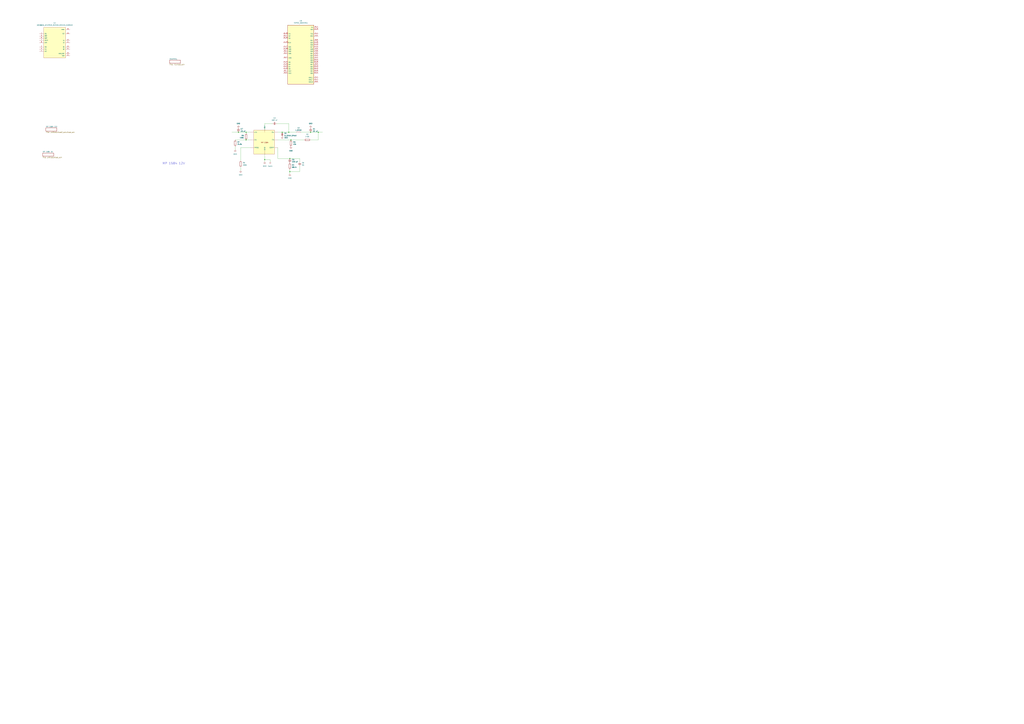
<source format=kicad_sch>
(kicad_sch (version 20250114) (generator "eeschema") (generator_version "9.0")
  (paper "A0")
  (lib_symbols
    (symbol "Components:MP1584"
      (property "Reference" "U" (at 0 0 0))
      (symbol "MP1584_1_1"
        (rectangle (start 3.81 2.54) (end 27.94 -25.4) (fill (type color) (color 255 255 194 1)))
        (text "MP 1584" (at 16.51 -11.938 0) (effects (font (size 1.27 1.27))))
        (pin power_in line (at 0 0 0) (length 3.81) (name "VIN") (number ""))
        (pin power_in line (at 0 -8.89 0) (length 3.81) (name "EN") (number ""))
        (pin power_in line (at 0 -17.78 0) (length 3.81) (name "FREQ") (number ""))
        (pin power_in line (at 16.51 0 90) (length 3.81) (name "BST") (number ""))
        (pin power_in line (at 16.51 -25.4 90) (length 3.81) (name "GND") (number ""))
        (pin power_in line (at 31.75 0 180) (length 3.81) (name "SW") (number ""))
        (pin power_in line (at 31.75 -8.89 180) (length 3.81) (name "FB") (number ""))
        (pin power_in line (at 31.75 -17.78 180) (length 3.81) (name "COMP") (number ""))
      )
    )
    (symbol "DRV8825_STEPPER_MOTOR_DRIVER_CARRIER:DRV8825_STEPPER_MOTOR_DRIVER_CARRIER" (pin_names (offset 1.016))
      (property "Reference" "U" (at -12.7 18.542 0))
      (property "Value" "DRV8825_STEPPER_MOTOR_DRIVER_CARRIER" (at -12.7 -20.32 0))
      (symbol "DRV8825_STEPPER_MOTOR_DRIVER_CARRIER_0_0"
        (rectangle (start -12.7 -17.78) (end 12.7 17.78) (stroke (width 0.1524)) (fill (type background)))
        (pin input line (at -17.78 10.16 0) (length 5.08) (name "~{EN}") (number "1"))
        (pin input line (at -17.78 7.62 0) (length 5.08) (name "~{RST}") (number "5"))
        (pin input line (at -17.78 5.08 0) (length 5.08) (name "~{SLP}") (number "6"))
        (pin input line (at -17.78 2.54 0) (length 5.08) (name "STEP") (number "7"))
        (pin input line (at -17.78 0 0) (length 5.08) (name "DIR") (number "8"))
        (pin input line (at -17.78 -5.08 0) (length 5.08) (name "M0") (number "2"))
        (pin input line (at -17.78 -7.62 0) (length 5.08) (name "M1") (number "3"))
        (pin input line (at -17.78 -10.16 0) (length 5.08) (name "M2") (number "4"))
        (pin power_in line (at 17.78 15.24 180) (length 5.08) (name "VMOT") (number "16"))
        (pin output line (at 17.78 10.16 180) (length 5.08) (name "~{FLT}") (number "10"))
        (pin output line (at 17.78 2.54 180) (length 5.08) (name "A1") (number "12"))
        (pin output line (at 17.78 0 180) (length 5.08) (name "A2") (number "11"))
        (pin output line (at 17.78 -5.08 180) (length 5.08) (name "B1") (number "13"))
        (pin output line (at 17.78 -7.62 180) (length 5.08) (name "B2") (number "14"))
        (pin power_in line (at 17.78 -12.7 180) (length 5.08) (name "GND_MOT") (number "15"))
        (pin power_in line (at 17.78 -15.24 180) (length 5.08) (name "GND") (number "9"))
      )
    )
    (symbol "Device:C_Small" (pin_numbers (hide yes)) (pin_names (offset 0.254) (hide yes))
      (property "Reference" "C" (at 0.254 1.778 0))
      (property "Value" "C_Small" (at 0.254 -2.032 0))
      (symbol "C_Small_0_1"
        (polyline (pts (xy -1.524 0.508) (xy 1.524 0.508)) (stroke (width 0.3048)))
        (polyline (pts (xy -1.524 -0.508) (xy 1.524 -0.508)) (stroke (width 0.3302)))
      )
      (symbol "C_Small_1_1"
        (pin passive line (at 0 2.54 270) (length 2.032) (name "~") (number "1"))
        (pin passive line (at 0 -2.54 90) (length 2.032) (name "~") (number "2"))
      )
    )
    (symbol "Device:D_Zener_Small" (pin_numbers (hide yes)) (pin_names (offset 0.254) (hide yes))
      (property "Reference" "D" (at 0 2.286 0))
      (property "Value" "D_Zener_Small" (at 0 -2.286 0))
      (symbol "D_Zener_Small_0_1"
        (polyline (pts (xy -0.254 1.016) (xy -0.762 1.016) (xy -0.762 -1.016)) (stroke (width 0.254)))
        (polyline (pts (xy 0.762 1.016) (xy -0.762 0) (xy 0.762 -1.016) (xy 0.762 1.016)) (stroke (width 0.254)))
        (polyline (pts (xy 0.762 0) (xy -0.762 0)))
      )
      (symbol "D_Zener_Small_1_1"
        (pin passive line (at -2.54 0 0) (length 1.778) (name "K") (number "1"))
        (pin passive line (at 2.54 0 180) (length 1.778) (name "A") (number "2"))
      )
    )
    (symbol "Device:L_Small" (pin_numbers (hide yes)) (pin_names (offset 0.254) (hide yes))
      (property "Reference" "L" (at 0.762 1.016 0))
      (property "Value" "L_Small" (at 0.762 -1.016 0))
      (symbol "L_Small_0_1"
        (arc (start 0 2.032) (mid 0.5058 1.524) (end 0 1.016))
        (arc (start 0 1.016) (mid 0.5058 0.508) (end 0 0))
        (arc (start 0 0) (mid 0.5058 -0.508) (end 0 -1.016))
        (arc (start 0 -1.016) (mid 0.5058 -1.524) (end 0 -2.032))
      )
      (symbol "L_Small_1_1"
        (pin passive line (at 0 2.54 270) (length 0.508) (name "~") (number "1"))
        (pin passive line (at 0 -2.54 90) (length 0.508) (name "~") (number "2"))
      )
    )
    (symbol "Device:R" (pin_numbers (hide yes)) (pin_names (offset 0))
      (property "Reference" "R" (at 2.032 0 90))
      (property "Value" "R" (at 0 0 90))
      (symbol "R_0_1"
        (rectangle (start -1.016 -2.54) (end 1.016 2.54) (stroke (width 0.254)))
      )
      (symbol "R_1_1"
        (pin passive line (at 0 3.81 270) (length 1.27) (name "~") (number "1"))
        (pin passive line (at 0 -3.81 90) (length 1.27) (name "~") (number "2"))
      )
    )
    (symbol "ESP32_NODEMCU:ESP32_NODEMCU" (pin_names (offset 1.016))
      (property "Reference" "U" (at -15.24 36.322 0))
      (property "Value" "ESP32_NODEMCU" (at -15.24 -35.56 0))
      (symbol "ESP32_NODEMCU_0_0"
        (rectangle (start -15.24 -33.02) (end 15.24 35.56) (stroke (width 0.254)) (fill (type background)))
        (pin input line (at -20.32 25.4 0) (length 5.08) (name "EN") (number "J5_18"))
        (pin input line (at -20.32 22.86 0) (length 5.08) (name "SP") (number "J5_17"))
        (pin input line (at -20.32 20.32 0) (length 5.08) (name "SN") (number "J5_16"))
        (pin input clock (at -20.32 15.24 0) (length 5.08) (name "CLK") (number "J4_19"))
        (pin bidirectional line (at -20.32 10.16 0) (length 5.08) (name "SD1") (number "J4_17"))
        (pin bidirectional line (at -20.32 7.62 0) (length 5.08) (name "SD0") (number "J4_18"))
        (pin bidirectional line (at -20.32 5.08 0) (length 5.08) (name "SD2") (number "J5_4"))
        (pin bidirectional line (at -20.32 2.54 0) (length 5.08) (name "SD3") (number "J5_3"))
        (pin bidirectional line (at -20.32 -2.54 0) (length 5.08) (name "CMD") (number "J5_2"))
        (pin bidirectional line (at -20.32 -7.62 0) (length 5.08) (name "G0") (number "J4_14"))
        (pin bidirectional line (at -20.32 -10.16 0) (length 5.08) (name "G2") (number "J4_15"))
        (pin bidirectional line (at -20.32 -12.7 0) (length 5.08) (name "G4") (number "J4_13"))
        (pin bidirectional line (at -20.32 -15.24 0) (length 5.08) (name "G5") (number "J4_10"))
        (pin bidirectional line (at -20.32 -17.78 0) (length 5.08) (name "G12") (number "J5_7"))
        (pin bidirectional line (at -20.32 -20.32 0) (length 5.08) (name "G13") (number "J5_5"))
        (pin power_in line (at 20.32 33.02 180) (length 5.08) (name "5V") (number "J5_1"))
        (pin power_in line (at 20.32 30.48 180) (length 5.08) (name "3V3") (number "J5_19"))
        (pin output line (at 20.32 25.4 180) (length 5.08) (name "TXD") (number "J4_4"))
        (pin input line (at 20.32 22.86 180) (length 5.08) (name "RXD") (number "J4_5"))
        (pin bidirectional line (at 20.32 17.78 180) (length 5.08) (name "G14") (number "J5_8"))
        (pin bidirectional line (at 20.32 15.24 180) (length 5.08) (name "G15") (number "J4_16"))
        (pin bidirectional line (at 20.32 12.7 180) (length 5.08) (name "G16") (number "J4_12"))
        (pin bidirectional line (at 20.32 10.16 180) (length 5.08) (name "G17") (number "J4_11"))
        (pin bidirectional line (at 20.32 7.62 180) (length 5.08) (name "G18") (number "J4_9"))
        (pin bidirectional line (at 20.32 5.08 180) (length 5.08) (name "G19") (number "J4_8"))
        (pin bidirectional line (at 20.32 2.54 180) (length 5.08) (name "G21") (number "J4_6"))
        (pin bidirectional line (at 20.32 0 180) (length 5.08) (name "G22") (number "J4_3"))
        (pin bidirectional line (at 20.32 -2.54 180) (length 5.08) (name "G23") (number "J4_2"))
        (pin bidirectional line (at 20.32 -5.08 180) (length 5.08) (name "G25") (number "J5_11"))
        (pin bidirectional line (at 20.32 -7.62 180) (length 5.08) (name "G26") (number "J5_10"))
        (pin bidirectional line (at 20.32 -10.16 180) (length 5.08) (name "G27") (number "J5_9"))
        (pin bidirectional line (at 20.32 -12.7 180) (length 5.08) (name "G32") (number "J5_13"))
        (pin bidirectional line (at 20.32 -15.24 180) (length 5.08) (name "G33") (number "J5_12"))
        (pin bidirectional line (at 20.32 -17.78 180) (length 5.08) (name "G34") (number "J5_15"))
        (pin bidirectional line (at 20.32 -20.32 180) (length 5.08) (name "G35") (number "J5_14"))
        (pin power_in line (at 20.32 -25.4 180) (length 5.08) (name "GND_1") (number "J4_1"))
        (pin power_in line (at 20.32 -27.94 180) (length 5.08) (name "GND_7") (number "J4_7"))
        (pin power_in line (at 20.32 -30.48 180) (length 5.08) (name "GND_6") (number "J5_6"))
      )
    )
    (symbol "power:Earth" (power) (pin_numbers (hide yes)) (pin_names (offset 0) (hide yes))
      (property "Value" "Earth" (at 0 -3.81 0))
      (symbol "Earth_0_1"
        (polyline (pts (xy -0.635 -1.905) (xy 0.635 -1.905)))
        (polyline (pts (xy -0.127 -2.54) (xy 0.127 -2.54)))
        (polyline (pts (xy 0 -1.27) (xy 0 0)))
        (polyline (pts (xy 1.27 -1.27) (xy -1.27 -1.27)))
      )
      (symbol "Earth_1_1"
        (pin power_in line (at 0 0 270) (length 0) (name "~") (number "1"))
      )
    )
    (symbol "power:GND" (power) (pin_numbers (hide yes)) (pin_names (offset 0) (hide yes))
      (property "Value" "GND" (at 0 -3.81 0))
      (symbol "GND_0_1"
        (polyline (pts (xy 0 0) (xy 0 -1.27) (xy 1.27 -1.27) (xy 0 -2.54) (xy -1.27 -1.27) (xy 0 -1.27)))
      )
      (symbol "GND_1_1"
        (pin power_in line (at 0 0 270) (length 0) (name "~") (number "1"))
      )
    )
  )
  (text "MP 1584 12V" (at 201.676 189.992 0) (effects (font (size 2.54 2.54))))
  (junction (at 285.75 153.67))
  (junction (at 369.57 153.67))
  (junction (at 327.66 153.67))
  (junction (at 336.55 184.15))
  (junction (at 360.68 153.67))
  (junction (at 335.28 153.67))
  (junction (at 337.82 162.56))
  (junction (at 336.55 199.39))
  (junction (at 276.86 153.67))
  (junction (at 285.75 162.56))
  (junction (at 307.34 185.42))
  (wire (pts (xy 337.82 162.56) (xy 353.06 162.56)))
  (wire (pts (xy 279.4 171.45) (xy 279.4 186.69)))
  (wire (pts (xy 276.86 153.67) (xy 285.75 153.67)))
  (wire (pts (xy 307.34 185.42) (xy 307.34 187.96)))
  (wire (pts (xy 307.34 143.51) (xy 316.23 143.51)))
  (wire (pts (xy 290.83 171.45) (xy 279.4 171.45)))
  (wire (pts (xy 322.58 171.45) (xy 322.58 184.15)))
  (wire (pts (xy 285.75 153.67) (xy 285.75 154.94)))
  (wire (pts (xy 322.58 162.56) (xy 337.82 162.56)))
  (wire (pts (xy 279.4 194.31) (xy 279.4 198.12)))
  (wire (pts (xy 313.69 185.42) (xy 307.34 185.42)))
  (wire (pts (xy 369.57 153.67) (xy 374.65 153.67)))
  (wire (pts (xy 313.69 185.42) (xy 313.69 187.96)))
  (wire (pts (xy 336.55 184.15) (xy 347.98 184.15)))
  (wire (pts (xy 336.55 199.39) (xy 336.55 201.93)))
  (wire (pts (xy 327.66 153.67) (xy 335.28 153.67)))
  (wire (pts (xy 369.57 162.56) (xy 360.68 162.56)))
  (wire (pts (xy 347.98 184.15) (xy 347.98 187.96)))
  (wire (pts (xy 369.57 153.67) (xy 369.57 162.56)))
  (wire (pts (xy 273.05 170.18) (xy 273.05 173.99)))
  (wire (pts (xy 322.58 184.15) (xy 336.55 184.15)))
  (wire (pts (xy 307.34 151.13) (xy 307.34 143.51)))
  (wire (pts (xy 285.75 162.56) (xy 290.83 162.56)))
  (wire (pts (xy 269.24 153.67) (xy 276.86 153.67)))
  (wire (pts (xy 336.55 199.39) (xy 336.55 196.85)))
  (wire (pts (xy 307.34 179.07) (xy 307.34 185.42)))
  (wire (pts (xy 335.28 153.67) (xy 344.17 153.67)))
  (wire (pts (xy 360.68 153.67) (xy 369.57 153.67)))
  (wire (pts (xy 285.75 153.67) (xy 290.83 153.67)))
  (wire (pts (xy 322.58 153.67) (xy 327.66 153.67)))
  (wire (pts (xy 273.05 162.56) (xy 285.75 162.56)))
  (wire (pts (xy 335.28 143.51) (xy 335.28 153.67)))
  (wire (pts (xy 321.31 143.51) (xy 335.28 143.51)))
  (wire (pts (xy 349.25 153.67) (xy 360.68 153.67)))
  (wire (pts (xy 347.98 199.39) (xy 336.55 199.39)))
  (wire (pts (xy 347.98 193.04) (xy 347.98 199.39)))
  (symbol (lib_id "power:GND") (at 360.68 148.59 180) (unit 1)
    (property "Reference" "#PWR03" (effects (hide yes)))
    (property "Value" "GND" (at 360.68 143.51 0))
    (property "Description" "Power symbol creates a global label with name \"GND\" , ground" (effects (hide yes)))
  )
  (symbol (lib_id "power:Earth") (at 313.69 187.96 0) (unit 1)
    (property "Reference" "#PWR06" (effects (hide yes)))
    (property "Value" "Earth" (at 313.69 193.04 0))
    (property "Description" "Power symbol creates a global label with name \"Earth\"" (effects (hide yes)))
  )
  (symbol (lib_id "ESP32_NODEMCU:ESP32_NODEMCU") (at 349.25 64.77 0) (unit 1)
    (property "Reference" "U5" (at 349.25 24.13 0))
    (property "Value" "ESP32_NODEMCU" (at 349.25 26.67 0))
    (property "Footprint" "ESP32_NODEMCU:MODULE_ESP32_NODEMCU" (effects (hide yes)))
    (property "MF" "AZ Delivery" (effects (hide yes)))
    (property "MAXIMUM_PACKAGE_HEIGHT" "6.6 mm" (effects (hide yes)))
    (property "Package" "Package" (effects (hide yes)))
    (property "Price" "None" (effects (hide yes)))
    (property "Check_prices" "https://www.snapeda.com/parts/ESP32%20NODEMCU/AZ+Displays/view-part/?ref=eda" (effects (hide yes)))
    (property "STANDARD" "Manufacturer Recommendations" (effects (hide yes)))
    (property "SnapEDA_Link" "https://www.snapeda.com/parts/ESP32%20NODEMCU/AZ+Displays/view-part/?ref=snap" (effects (hide yes)))
    (property "MP" "ESP32 NODEMCU" (effects (hide yes)))
    (property "Description_1" "NodeMCU is an open source loT platform. ESP32 is a series of low cost, low power\nsystem-on-chip (SoC) microcontrollers with integrated Wi-Fi and dual-mode Bluetooth." (effects (hide yes)))
    (property "Availability" "Not in stock" (effects (hide yes)))
    (property "MANUFACTURER" "AZ Delivery" (effects (hide yes)))
  )
  (symbol (lib_id "Device:L_Small") (at 346.71 153.67 90) (unit 1)
    (property "Reference" "L1" (at 346.71 148.59 90))
    (property "Value" "L_Small" (at 346.71 151.13 90))
    (property "Description" "Inductor, small symbol" (effects (hide yes)))
  )
  (symbol (lib_id "Device:R") (at 273.05 166.37 0) (unit 1)
    (property "Reference" "R7" (at 275.59 165.0999 0) (effects (justify left)))
    (property "Value" "24.9k" (at 275.59 167.6399 0) (effects (justify left)))
    (property "Description" "Resistor" (effects (hide yes)))
  )
  (symbol (lib_id "Device:R") (at 279.4 190.5 0) (unit 1)
    (property "Reference" "R5" (at 281.94 189.2299 0) (effects (justify left)))
    (property "Value" "200k" (at 281.94 191.7699 0) (effects (justify left)))
    (property "Description" "Resistor" (effects (hide yes)))
  )
  (symbol (lib_id "Device:D_Zener_Small") (at 327.66 156.21 270) (unit 1)
    (property "Reference" "D1" (at 330.2 154.9399 90) (effects (justify left)))
    (property "Value" "D_Zener_Small" (at 330.2 157.4799 90) (effects (justify left)))
    (property "Description" "Zener diode, small symbol" (effects (hide yes)))
  )
  (symbol (lib_id "Device:R") (at 337.82 166.37 0) (unit 1)
    (property "Reference" "R3" (at 340.36 165.0999 0) (effects (justify left)))
    (property "Value" "10k" (at 340.36 167.6399 0) (effects (justify left)))
    (property "Description" "Resistor" (effects (hide yes)))
  )
  (symbol (lib_id "Device:R") (at 336.55 193.04 0) (unit 1)
    (property "Reference" "R4" (at 339.09 191.7699 0) (effects (justify left)))
    (property "Value" "68.1k" (at 339.09 194.3099 0) (effects (justify left)))
    (property "Description" "Resistor" (effects (hide yes)))
  )
  (symbol (lib_id "Device:C_Small") (at 276.86 151.13 0) (unit 1)
    (property "Reference" "C7" (at 279.4 149.8662 0) (effects (justify left)))
    (property "Value" "10 uF" (at 279.4 152.4062 0) (effects (justify left)))
    (property "Description" "Unpolarized capacitor, small symbol" (effects (hide yes)))
  )
  (symbol (lib_id "power:GND") (at 279.4 198.12 0) (unit 1)
    (property "Reference" "#PWR07" (effects (hide yes)))
    (property "Value" "GND" (at 279.4 203.2 0))
    (property "Description" "Power symbol creates a global label with name \"GND\" , ground" (effects (hide yes)))
  )
  (symbol (lib_id "Device:R") (at 356.87 162.56 90) (unit 1)
    (property "Reference" "R2" (at 356.87 156.21 90))
    (property "Value" "140k" (at 356.87 158.75 90))
    (property "Description" "Resistor" (effects (hide yes)))
  )
  (symbol (lib_id "Components:MP1584") (at 290.83 153.67 0) (unit 1)
    (property "Reference" "U2" (effects (hide yes)))
    (property "Value" "~" (at 306.705 148.59 0))
  )
  (symbol (lib_id "power:GND") (at 276.86 148.59 180) (unit 1)
    (property "Reference" "#PWR08" (effects (hide yes)))
    (property "Value" "GND" (at 276.86 143.51 0))
    (property "Description" "Power symbol creates a global label with name \"GND\" , ground" (effects (hide yes)))
  )
  (symbol (lib_id "Device:C_Small") (at 336.55 186.69 0) (unit 1)
    (property "Reference" "C5" (at 339.09 185.4262 0) (effects (justify left)))
    (property "Value" "220 pF" (at 339.09 187.9662 0) (effects (justify left)))
    (property "Description" "Unpolarized capacitor, small symbol" (effects (hide yes)))
  )
  (symbol (lib_id "power:GND") (at 327.66 158.75 0) (unit 1)
    (property "Reference" "#PWR010" (effects (hide yes)))
    (property "Value" "GND" (at 330.2 160.0199 0) (effects (justify left)))
    (property "Description" "Power symbol creates a global label with name \"GND\" , ground" (effects (hide yes)))
  )
  (symbol (lib_id "Device:R") (at 285.75 158.75 0) (unit 1)
    (property "Reference" "R6" (at 283.21 157.4799 0) (effects (justify right)))
    (property "Value" "100k" (at 283.21 160.0199 0) (effects (justify right)))
    (property "Description" "Resistor" (effects (hide yes)))
  )
  (symbol (lib_id "power:GND") (at 273.05 173.99 0) (unit 1)
    (property "Reference" "#PWR09" (effects (hide yes)))
    (property "Value" "GND" (at 273.05 179.07 0))
    (property "Description" "Power symbol creates a global label with name \"GND\" , ground" (effects (hide yes)))
  )
  (symbol (lib_id "power:GND") (at 337.82 170.18 0) (unit 1)
    (property "Reference" "#PWR02" (effects (hide yes)))
    (property "Value" "GND" (at 337.82 175.26 0))
    (property "Description" "Power symbol creates a global label with name \"GND\" , ground" (effects (hide yes)))
  )
  (symbol (lib_id "Device:C_Small") (at 360.68 151.13 0) (unit 1)
    (property "Reference" "C4" (at 363.22 149.8662 0) (effects (justify left)))
    (property "Value" "22 uF" (at 363.22 152.4062 0) (effects (justify left)))
    (property "Description" "Unpolarized capacitor, small symbol" (effects (hide yes)))
  )
  (symbol (lib_id "power:GND") (at 336.55 201.93 0) (unit 1)
    (property "Reference" "#PWR04" (effects (hide yes)))
    (property "Value" "GND" (at 336.55 207.01 0))
    (property "Description" "Power symbol creates a global label with name \"GND\" , ground" (effects (hide yes)))
  )
  (symbol (lib_id "Device:C_Small") (at 318.77 143.51 90) (unit 1)
    (property "Reference" "C3" (at 318.7763 137.16 90))
    (property "Value" "100 nF" (at 318.7763 139.7 90))
    (property "Description" "Unpolarized capacitor, small symbol" (effects (hide yes)))
  )
  (symbol (lib_id "Device:C_Small") (at 347.98 190.5 0) (unit 1)
    (property "Reference" "C6" (at 350.52 189.2362 0) (effects (justify left)))
    (property "Value" "NS" (at 350.52 191.7762 0) (effects (justify left)))
    (property "Description" "Unpolarized capacitor, small symbol" (effects (hide yes)))
  )
  (symbol (lib_id "DRV8825_STEPPER_MOTOR_DRIVER_CARRIER:DRV8825_STEPPER_MOTOR_DRIVER_CARRIER") (at 63.5 49.53 0) (unit 1)
    (property "Reference" "U4" (at 63.5 26.67 0))
    (property "Value" "DRV8825_STEPPER_MOTOR_DRIVER_CARRIER" (at 63.5 29.21 0))
    (property "Footprint" "DRV8825_STEPPER_MOTOR_DRIVER_CARRIER:IC_DRV8825_STEPPER_MOTOR_DRIVER_CARRIER" (effects (hide yes)))
    (property "MF" "Pololu" (effects (hide yes)))
    (property "DESCRIPTION" "Stepper motor controler; IC: DRV8825; 1.5A; Uin mot: 8.2÷45V" (effects (hide yes)))
    (property "PACKAGE" "None" (effects (hide yes)))
    (property "PRICE" "None" (effects (hide yes)))
    (property "Package" "None" (effects (hide yes)))
    (property "Check_prices" "https://www.snapeda.com/parts/DRV8825%20STEPPER%20MOTOR%20DRIVER%20CARRIER/Pololu/view-part/?ref=eda" (effects (hide yes)))
    (property "Price" "None" (effects (hide yes)))
    (property "SnapEDA_Link" "https://www.snapeda.com/parts/DRV8825%20STEPPER%20MOTOR%20DRIVER%20CARRIER/Pololu/view-part/?ref=snap" (effects (hide yes)))
    (property "MP" "DRV8825 STEPPER MOTOR DRIVER CARRIER" (effects (hide yes)))
    (property "Availability" "Not in stock" (effects (hide yes)))
    (property "AVAILABILITY" "Unavailable" (effects (hide yes)))
    (property "Description_1" "Stepper, Bipolar 8.2 ~ 45VDC Supply 1.5A 8.2 ~ 45V Load" (effects (hide yes)))
  )
  (symbol (lib_id "power:GND") (at 307.34 187.96 0) (unit 1)
    (property "Reference" "#PWR05" (effects (hide yes)))
    (property "Value" "GND" (at 307.34 193.04 0))
    (property "Description" "Power symbol creates a global label with name \"GND\" , ground" (effects (hide yes)))
  )
  (sheet (at 53.34 148.59) (size 12.7 3.81) (stroke (width 0.1524))
    (property "Sheetname" "MP 1584 12V" (at 53.34 147.8784 0) (effects (justify left bottom)))
    (property "Sheetfile" "untitled.kicad2_sch.kicad_sch" (at 53.34 152.9846 0) (effects (justify left top)))
  )
  (sheet (at 49.53 177.8) (size 12.7 3.81) (stroke (width 0.1524))
    (property "Sheetname" "MP 1584 5V" (at 49.53 177.0884 0) (effects (justify left bottom)))
    (property "Sheetfile" "untitled.kicad_sch" (at 49.53 182.1946 0) (effects (justify left top)))
  )
  (sheet (at 196.85 69.85) (size 12.7 3.81) (stroke (width 0.1524))
    (property "Sheetname" "Assembly" (at 196.85 69.1384 0) (effects (justify left bottom)))
    (property "Sheetfile" "F2.kicad_sch" (at 196.85 74.2446 0) (effects (justify left top)))
  )
)
</source>
